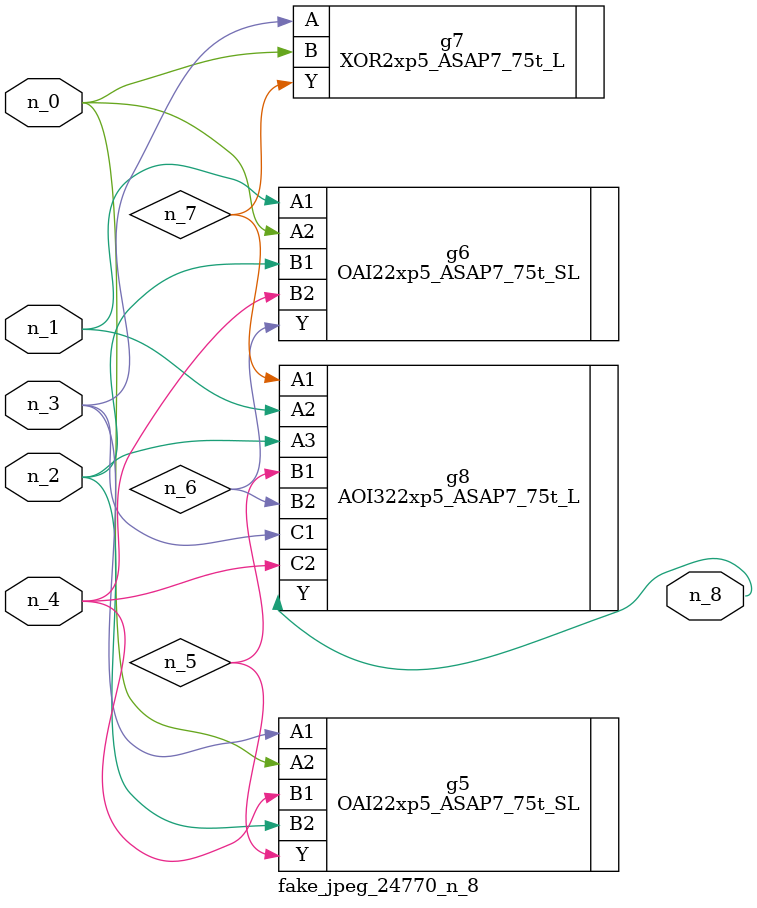
<source format=v>
module fake_jpeg_24770_n_8 (n_3, n_2, n_1, n_0, n_4, n_8);

input n_3;
input n_2;
input n_1;
input n_0;
input n_4;

output n_8;

wire n_6;
wire n_5;
wire n_7;

OAI22xp5_ASAP7_75t_SL g5 ( 
.A1(n_3),
.A2(n_0),
.B1(n_4),
.B2(n_2),
.Y(n_5)
);

OAI22xp5_ASAP7_75t_SL g6 ( 
.A1(n_1),
.A2(n_0),
.B1(n_2),
.B2(n_4),
.Y(n_6)
);

XOR2xp5_ASAP7_75t_L g7 ( 
.A(n_3),
.B(n_0),
.Y(n_7)
);

AOI322xp5_ASAP7_75t_L g8 ( 
.A1(n_7),
.A2(n_1),
.A3(n_2),
.B1(n_5),
.B2(n_6),
.C1(n_3),
.C2(n_4),
.Y(n_8)
);


endmodule
</source>
